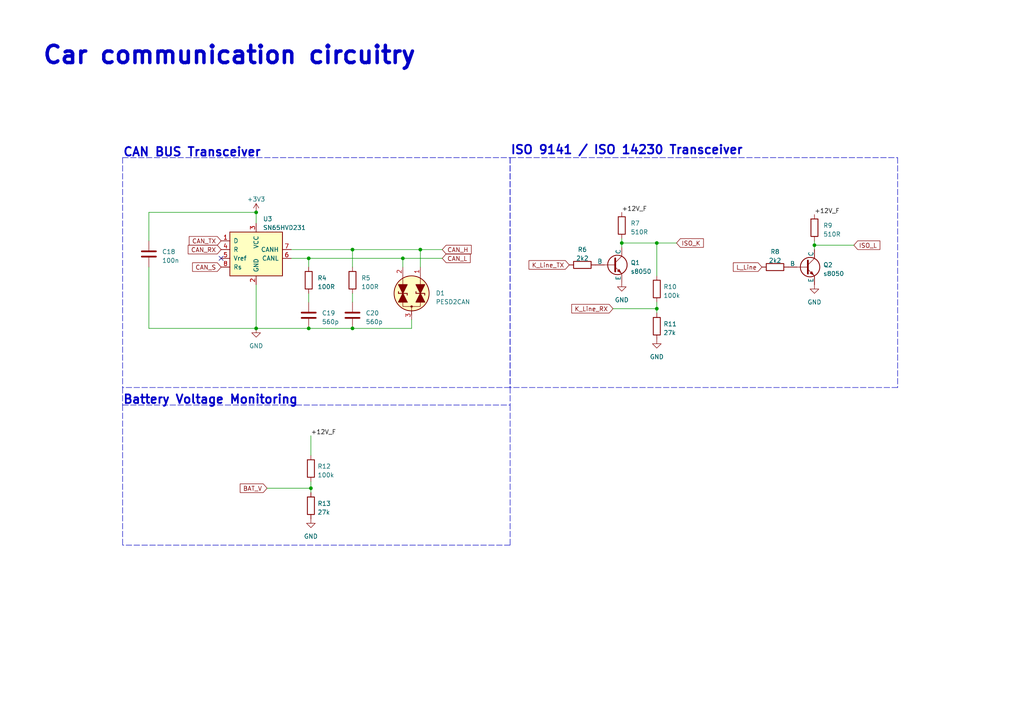
<source format=kicad_sch>
(kicad_sch (version 20230121) (generator eeschema)
  (paper "A4")
  (title_block (title "OBD Monitoring Device") (date "2023-02-27") (company "VUT"))
  (lib_symbols
    (symbol "Device:C" (pin_numbers hide) (pin_names (offset 0.254))
      (property "Reference" "C" (at 0.635 2.54 0))
      (property "Value" "C" (at 0.635 -2.54 0))
      (symbol "C_0_1"
        (polyline (pts (xy -2.032 -0.762) (xy 2.032 -0.762)) (stroke (width 0.508)))
        (polyline (pts (xy -2.032 0.762) (xy 2.032 0.762)) (stroke (width 0.508)))
      )
      (symbol "C_1_1"
        (pin passive line (at 0 3.81 270) (length 2.794) (name "~") (number "1"))
        (pin passive line (at 0 -3.81 90) (length 2.794) (name "~") (number "2"))
      )
    )
    (symbol "Device:R" (pin_numbers hide) (pin_names (offset 0))
      (property "Reference" "R" (at 2.032 0 90))
      (property "Value" "R" (at 0 0 90))
      (symbol "R_0_1"
        (rectangle (start -1.016 -2.54) (end 1.016 2.54) (stroke (width 0.254)))
      )
      (symbol "R_1_1"
        (pin passive line (at 0 3.81 270) (length 1.27) (name "~") (number "1"))
        (pin passive line (at 0 -3.81 90) (length 1.27) (name "~") (number "2"))
      )
    )
    (symbol "Interface_CAN_LIN:SN65HVD231" (pin_names (offset 1.016))
      (property "Reference" "U" (at -2.54 10.16 0))
      (property "Value" "SN65HVD231" (at -2.54 7.62 0))
      (symbol "SN65HVD231_0_1"
        (rectangle (start -7.62 5.08) (end 7.62 -7.62) (stroke (width 0.254)) (fill (type background)))
      )
      (symbol "SN65HVD231_1_1"
        (pin input line (at -10.16 2.54 0) (length 2.54) (name "D") (number "1"))
        (pin power_in line (at 0 -10.16 90) (length 2.54) (name "GND") (number "2"))
        (pin power_in line (at 0 7.62 270) (length 2.54) (name "VCC") (number "3"))
        (pin output line (at -10.16 0 0) (length 2.54) (name "R") (number "4"))
        (pin output line (at -10.16 -2.54 0) (length 2.54) (name "Vref") (number "5"))
        (pin bidirectional line (at 10.16 -2.54 180) (length 2.54) (name "CANL") (number "6"))
        (pin bidirectional line (at 10.16 0 180) (length 2.54) (name "CANH") (number "7"))
        (pin input line (at -10.16 -5.08 0) (length 2.54) (name "Rs") (number "8"))
      )
    )
    (symbol "PCM_Diode_TVS_AKL:PESD2CAN" (pin_names (offset 1.016) hide)
      (property "Reference" "D" (at 0 8.89 0))
      (property "Value" "PESD2CAN" (at 0 6.35 0))
      (symbol "PESD2CAN_0_1"
        (circle (center -3.81 0) (radius 0.254) (fill (type outline)))
        (polyline (pts (xy -6.35 0) (xy -3.81 0)))
        (polyline (pts (xy 2.54 -2.54) (xy 5.08 -2.54)))
        (polyline (pts (xy 2.54 2.54) (xy 5.08 2.54)))
        (polyline (pts (xy -2.54 2.54) (xy -3.81 2.54) (xy -3.81 -2.54) (xy -2.54 -2.54)))
        (circle (center 0 0) (radius 5.08) (stroke (width 0.254)) (fill (type background)))
      )
      (symbol "PESD2CAN_1_1"
        (polyline (pts (xy -1.27 -2.54) (xy 1.27 -2.54)))
        (polyline (pts (xy -1.27 2.54) (xy 1.27 2.54)))
        (polyline (pts (xy 0 -3.81) (xy -0.508 -3.81)) (stroke (width 0.254)))
        (polyline (pts (xy 0 -3.81) (xy 0 -1.27)) (stroke (width 0.254)))
        (polyline (pts (xy 0 -1.27) (xy 0.508 -1.27)) (stroke (width 0.254)))
        (polyline (pts (xy 0 1.27) (xy -0.508 1.27)) (stroke (width 0.254)))
        (polyline (pts (xy 0 1.27) (xy 0 3.81)) (stroke (width 0.254)))
        (polyline (pts (xy 0 3.81) (xy 0.508 3.81)) (stroke (width 0.254)))
        (polyline (pts (xy -2.54 -3.81) (xy -2.54 -1.27) (xy 0 -2.54) (xy -2.54 -3.81)) (stroke (width 0.254)) (fill (type outline)))
        (polyline (pts (xy -2.54 1.27) (xy -2.54 3.81) (xy 0 2.54) (xy -2.54 1.27)) (stroke (width 0.254)) (fill (type outline)))
        (polyline (pts (xy 0 -2.54) (xy 2.54 -3.81) (xy 2.54 -1.27) (xy 0 -2.54)) (stroke (width 0.254)) (fill (type outline)))
        (polyline (pts (xy 0 2.54) (xy 2.54 1.27) (xy 2.54 3.81) (xy 0 2.54)) (stroke (width 0.254)) (fill (type outline)))
        (pin passive line (at 7.62 -2.54 180) (length 2.54) (name "A1") (number "1"))
        (pin passive line (at 7.62 2.54 180) (length 2.54) (name "A2") (number "2"))
        (pin passive line (at -7.62 0 0) (length 2.54) (name "Com") (number "3"))
      )
    )
    (symbol "Simulation_SPICE:NPN" (pin_numbers hide) (pin_names (offset 0))
      (property "Reference" "Q" (at -2.54 7.62 0))
      (property "Value" "NPN" (at -2.54 5.08 0))
      (symbol "NPN_0_1"
        (polyline (pts (xy -2.54 0) (xy 0.635 0)) (stroke (width 0.1524)))
        (polyline (pts (xy 0.635 0.635) (xy 2.54 2.54)))
        (polyline (pts (xy 2.794 -1.27) (xy 2.794 -1.27)) (stroke (width 0.1524)))
        (polyline (pts (xy 2.794 -1.27) (xy 2.794 -1.27)) (stroke (width 0.1524)))
        (polyline (pts (xy 0.635 -0.635) (xy 2.54 -2.54) (xy 2.54 -2.54)))
        (polyline (pts (xy 0.635 1.905) (xy 0.635 -1.905) (xy 0.635 -1.905)) (stroke (width 0.508)))
        (polyline (pts (xy 1.27 -1.778) (xy 1.778 -1.27) (xy 2.286 -2.286) (xy 1.27 -1.778) (xy 1.27 -1.778)) (fill (type outline)))
        (circle (center 1.27 0) (radius 2.8194) (stroke (width 0.254)))
      )
      (symbol "NPN_1_1"
        (pin open_collector line (at 2.54 5.08 270) (length 2.54) (name "C") (number "1"))
        (pin input line (at -5.08 0 0) (length 2.54) (name "B") (number "2"))
        (pin open_emitter line (at 2.54 -5.08 90) (length 2.54) (name "E") (number "3"))
      )
    )
    (symbol "power:+3V3" (power) (pin_names (offset 0))
      (property "Value" "+3V3" (at 0 3.556 0))
      (symbol "+3V3_0_1"
        (polyline (pts (xy -0.762 1.27) (xy 0 2.54)))
        (polyline (pts (xy 0 0) (xy 0 2.54)))
        (polyline (pts (xy 0 2.54) (xy 0.762 1.27)))
      )
      (symbol "+3V3_1_1"
        (pin power_in line (at 0 0 90) (length 0) hide (name "+3V3") (number "1"))
      )
    )
    (symbol "power:GND" (power) (pin_names (offset 0))
      (property "Value" "GND" (at 0 -3.81 0))
      (symbol "GND_0_1"
        (polyline (pts (xy 0 0) (xy 0 -1.27) (xy 1.27 -1.27) (xy 0 -2.54) (xy -1.27 -1.27) (xy 0 -1.27)))
      )
      (symbol "GND_1_1"
        (pin power_in line (at 0 0 270) (length 0) hide (name "GND") (number "1"))
      )
    )
  )
  (junction (at 74.295 95.25))
  (junction (at 102.235 95.25))
  (junction (at 116.84 74.93))
  (junction (at 89.535 95.25))
  (junction (at 121.92 72.39))
  (junction (at 180.34 70.485))
  (junction (at 190.5 70.485))
  (junction (at 190.5 89.535))
  (junction (at 89.535 74.93))
  (junction (at 236.22 71.12))
  (junction (at 102.235 72.39))
  (junction (at 74.295 61.595))
  (junction (at 90.17 141.605))
  (no_connect (at 64.135 74.93))
  (polyline (pts (xy 35.56 117.475) (xy 147.955 117.475)) (stroke (width 0) (type dash)))
  (wire (pts (xy 121.92 72.39) (xy 121.92 77.47)))
  (wire (pts (xy 43.18 95.25) (xy 74.295 95.25)))
  (wire (pts (xy 89.535 85.09) (xy 89.535 87.63)))
  (wire (pts (xy 90.17 126.365) (xy 90.17 132.08)))
  (wire (pts (xy 90.17 139.7) (xy 90.17 141.605)))
  (wire (pts (xy 236.22 71.12) (xy 247.65 71.12)))
  (wire (pts (xy 43.18 61.595) (xy 43.18 69.85)))
  (wire (pts (xy 177.8 89.535) (xy 190.5 89.535)))
  (wire (pts (xy 116.84 74.93) (xy 128.27 74.93)))
  (wire (pts (xy 89.535 74.93) (xy 116.84 74.93)))
  (wire (pts (xy 102.235 72.39) (xy 121.92 72.39)))
  (wire (pts (xy 77.47 141.605) (xy 90.17 141.605)))
  (wire (pts (xy 180.34 69.215) (xy 180.34 70.485)))
  (wire (pts (xy 74.295 82.55) (xy 74.295 95.25)))
  (wire (pts (xy 116.84 74.93) (xy 116.84 77.47)))
  (wire (pts (xy 190.5 70.485) (xy 190.5 80.01)))
  (wire (pts (xy 190.5 70.485) (xy 196.215 70.485)))
  (polyline (pts (xy 147.955 158.115) (xy 35.56 158.115)) (stroke (width 0) (type dash)))
  (wire (pts (xy 89.535 95.25) (xy 102.235 95.25)))
  (wire (pts (xy 74.295 64.77) (xy 74.295 61.595)))
  (polyline (pts (xy 260.35 45.72) (xy 260.35 112.395)) (stroke (width 0) (type dash)))
  (wire (pts (xy 89.535 74.93) (xy 89.535 77.47)))
  (polyline (pts (xy 35.56 112.395) (xy 35.56 117.475)) (stroke (width 0) (type dash)))
  (polyline (pts (xy 147.955 112.395) (xy 147.955 117.475)) (stroke (width 0) (type dash)))
  (wire (pts (xy 102.235 72.39) (xy 102.235 77.47)))
  (wire (pts (xy 43.18 77.47) (xy 43.18 95.25)))
  (wire (pts (xy 236.22 69.85) (xy 236.22 71.12)))
  (polyline (pts (xy 260.35 112.395) (xy 147.955 112.395)) (stroke (width 0) (type dash)))
  (polyline (pts (xy 147.955 112.395) (xy 35.56 112.395)) (stroke (width 0) (type dash)))
  (wire (pts (xy 84.455 74.93) (xy 89.535 74.93)))
  (wire (pts (xy 90.17 141.605) (xy 90.17 142.875)))
  (wire (pts (xy 119.38 92.71) (xy 119.38 95.25)))
  (polyline (pts (xy 147.955 117.475) (xy 147.955 158.115)) (stroke (width 0) (type dash)))
  (polyline (pts (xy 35.56 117.475) (xy 35.56 158.115)) (stroke (width 0) (type dash)))
  (polyline (pts (xy 147.955 45.72) (xy 260.35 45.72)) (stroke (width 0) (type dash)))
  (polyline (pts (xy 35.56 45.72) (xy 147.955 45.72)) (stroke (width 0) (type dash)))
  (polyline (pts (xy 147.955 45.72) (xy 147.955 112.395)) (stroke (width 0) (type dash)))
  (wire (pts (xy 190.5 89.535) (xy 190.5 90.805)))
  (wire (pts (xy 74.295 61.595) (xy 43.18 61.595)))
  (wire (pts (xy 190.5 87.63) (xy 190.5 89.535)))
  (wire (pts (xy 180.34 70.485) (xy 180.34 71.755)))
  (polyline (pts (xy 147.955 45.72) (xy 147.955 112.395)) (stroke (width 0) (type dash)))
  (wire (pts (xy 74.295 95.25) (xy 89.535 95.25)))
  (wire (pts (xy 84.455 72.39) (xy 102.235 72.39)))
  (wire (pts (xy 236.22 71.12) (xy 236.22 72.39)))
  (wire (pts (xy 119.38 95.25) (xy 102.235 95.25)))
  (wire (pts (xy 102.235 85.09) (xy 102.235 87.63)))
  (wire (pts (xy 180.34 70.485) (xy 190.5 70.485)))
  (wire (pts (xy 121.92 72.39) (xy 128.27 72.39)))
  (polyline (pts (xy 35.56 45.72) (xy 35.56 112.395)) (stroke (width 0) (type dash)))
  (text "Battery Voltage Monitoring" (at 35.56 117.475 0) (effects (font (size 2.5 2.5) bold) (justify left bottom)))
  (text "Car communication circuitry" (at 12.065 19.05 0) (effects (font (size 5 5) bold) (justify left bottom)))
  (text "ISO 9141 / ISO 14230 Transceiver" (at 147.955 45.085 0) (effects (font (size 2.5 2.5) (thickness 0.5) bold) (justify left bottom)))
  (text "CAN BUS Transceiver" (at 35.56 45.72 0) (effects (font (size 2.5 2.5) (thickness 0.5) bold) (justify left bottom)))
  (label "+12V_F" (at 90.17 126.365 0))
  (label "+12V_F" (at 236.22 62.23 0))
  (label "+12V_F" (at 180.34 61.595 0))
  (global_label "CAN_TX" (shape input) (at 64.135 69.85 180) (property "Intersheetrefs" "${INTERSHEET_REFS}" (effects hide)))
  (global_label "K_Line_TX" (shape input) (at 165.1 76.835 180) (property "Intersheetrefs" "${INTERSHEET_REFS}" (effects hide)))
  (global_label "CAN_H" (shape input) (at 128.27 72.39 0) (property "Intersheetrefs" "${INTERSHEET_REFS}" (effects hide)))
  (global_label "ISO_L" (shape input) (at 247.65 71.12 0) (property "Intersheetrefs" "${INTERSHEET_REFS}" (effects hide)))
  (global_label "ISO_K" (shape input) (at 196.215 70.485 0) (property "Intersheetrefs" "${INTERSHEET_REFS}" (effects hide)))
  (global_label "CAN_S" (shape input) (at 64.135 77.47 180) (property "Intersheetrefs" "${INTERSHEET_REFS}" (effects hide)))
  (global_label "K_Line_RX" (shape input) (at 177.8 89.535 180) (property "Intersheetrefs" "${INTERSHEET_REFS}" (effects hide)))
  (global_label "CAN_RX" (shape input) (at 64.135 72.39 180) (property "Intersheetrefs" "${INTERSHEET_REFS}" (effects hide)))
  (global_label "BAT_V" (shape input) (at 77.47 141.605 180) (property "Intersheetrefs" "${INTERSHEET_REFS}" (effects hide)))
  (global_label "L_Line" (shape input) (at 220.98 77.47 180) (property "Intersheetrefs" "${INTERSHEET_REFS}" (effects hide)))
  (global_label "CAN_L" (shape input) (at 128.27 74.93 0) (property "Intersheetrefs" "${INTERSHEET_REFS}" (effects hide)))
  (symbol (lib_id "Device:R") (at 90.17 146.685 0) (unit 1)
    (property "Reference" "R13" (at 92.075 146.05 0) (effects (justify left)))
    (property "Value" "27k" (at 92.075 148.59 0) (effects (justify left)))
  )
  (symbol (lib_id "power:GND") (at 180.34 81.915 0) (unit 1)
    (property "Reference" "#PWR016" (effects hide))
    (property "Value" "GND" (at 180.34 86.995 0))
  )
  (symbol (lib_id "PCM_Diode_TVS_AKL:PESD2CAN") (at 119.38 85.09 90) (unit 1)
    (property "Reference" "D1" (at 126.365 85.0265 90) (effects (justify right)))
    (property "Value" "PESD2CAN" (at 126.365 87.5665 90) (effects (justify right)))
    (property "Footprint" "Package_TO_SOT_SMD_AKL:SOT-23" (effects hide))
    (property "Datasheet" "https://www.tme.eu/Document/ad02fbf39ace74a5161accc984238198/PESD2CAN.pdf" (effects hide))
  )
  (symbol (lib_id "Device:R") (at 190.5 94.615 0) (unit 1)
    (property "Reference" "R11" (at 192.405 93.98 0) (effects (justify left)))
    (property "Value" "27k" (at 192.405 96.52 0) (effects (justify left)))
  )
  (symbol (lib_id "Device:C") (at 89.535 91.44 0) (unit 1)
    (property "Reference" "C19" (at 93.345 90.805 0) (effects (justify left)))
    (property "Value" "560p" (at 93.345 93.345 0) (effects (justify left)))
  )
  (symbol (lib_id "Device:R") (at 190.5 83.82 0) (unit 1)
    (property "Reference" "R10" (at 192.405 83.185 0) (effects (justify left)))
    (property "Value" "100k" (at 192.405 85.725 0) (effects (justify left)))
  )
  (symbol (lib_id "Device:R") (at 168.91 76.835 270) (unit 1)
    (property "Reference" "R6" (at 168.91 72.39 90))
    (property "Value" "2k2" (at 168.91 74.93 90))
  )
  (symbol (lib_id "power:GND") (at 190.5 98.425 0) (unit 1)
    (property "Reference" "#PWR017" (effects hide))
    (property "Value" "GND" (at 190.5 103.505 0))
  )
  (symbol (lib_id "power:GND") (at 90.17 150.495 0) (unit 1)
    (property "Reference" "#PWR018" (effects hide))
    (property "Value" "GND" (at 90.17 155.575 0))
  )
  (symbol (lib_id "Device:R") (at 90.17 135.89 0) (unit 1)
    (property "Reference" "R12" (at 92.075 135.255 0) (effects (justify left)))
    (property "Value" "100k" (at 92.075 137.795 0) (effects (justify left)))
  )
  (symbol (lib_id "power:GND") (at 74.295 95.25 0) (unit 1)
    (property "Reference" "#PWR012" (effects hide))
    (property "Value" "GND" (at 74.295 100.33 0))
  )
  (symbol (lib_id "Device:R") (at 236.22 66.04 0) (unit 1)
    (property "Reference" "R9" (at 238.76 65.405 0) (effects (justify left)))
    (property "Value" "510R" (at 238.76 67.945 0) (effects (justify left)))
  )
  (symbol (lib_id "Simulation_SPICE:NPN") (at 177.8 76.835 0) (unit 1)
    (property "Reference" "Q1" (at 182.88 76.2 0) (effects (justify left)))
    (property "Value" "s8050" (at 182.88 78.74 0) (effects (justify left)))
    (property "Sim.Device" "NPN" (effects hide))
    (property "Sim.Type" "GUMMELPOON" (effects hide))
    (property "Sim.Pins" "1=C 2=B 3=E" (effects hide))
  )
  (symbol (lib_id "Device:R") (at 224.79 77.47 270) (unit 1)
    (property "Reference" "R8" (at 224.79 73.025 90))
    (property "Value" "2k2" (at 224.79 75.565 90))
  )
  (symbol (lib_id "power:+3V3") (at 74.295 61.595 0) (unit 1)
    (property "Reference" "#PWR010" (effects hide))
    (property "Value" "+3V3" (at 74.295 57.785 0))
    (instances (project "iot_diagnostic_tool" (path "" (reference "#PWR010") (unit 1)) (path "" (reference "#PWR011") (unit 1))))
  )
  (symbol (lib_id "Simulation_SPICE:NPN") (at 233.68 77.47 0) (unit 1)
    (property "Reference" "Q2" (at 238.76 76.835 0) (effects (justify left)))
    (property "Value" "s8050" (at 238.76 79.375 0) (effects (justify left)))
    (property "Sim.Device" "NPN" (effects hide))
    (property "Sim.Type" "GUMMELPOON" (effects hide))
    (property "Sim.Pins" "1=C 2=B 3=E" (effects hide))
  )
  (symbol (lib_id "Device:R") (at 89.535 81.28 0) (unit 1)
    (property "Reference" "R4" (at 92.075 80.645 0) (effects (justify left)))
    (property "Value" "100R" (at 92.075 83.185 0) (effects (justify left)))
  )
  (symbol (lib_id "Device:R") (at 102.235 81.28 0) (unit 1)
    (property "Reference" "R5" (at 104.775 80.645 0) (effects (justify left)))
    (property "Value" "100R" (at 104.775 83.185 0) (effects (justify left)))
  )
  (symbol (lib_id "Interface_CAN_LIN:SN65HVD231") (at 74.295 72.39 0) (unit 1)
    (property "Reference" "U3" (at 76.2509 63.5 0) (effects (justify left)))
    (property "Value" "SN65HVD231" (at 76.2509 66.04 0) (effects (justify left)))
    (property "Footprint" "Package_SO:SOIC-8_3.9x4.9mm_P1.27mm" (effects hide))
    (property "Datasheet" "http://www.ti.com/lit/ds/symlink/sn65hvd230.pdf" (effects hide))
  )
  (symbol (lib_id "power:GND") (at 236.22 82.55 0) (unit 1)
    (property "Reference" "#PWR013" (effects hide))
    (property "Value" "GND" (at 236.22 87.63 0))
  )
  (symbol (lib_id "Device:R") (at 180.34 65.405 0) (unit 1)
    (property "Reference" "R7" (at 182.88 64.77 0) (effects (justify left)))
    (property "Value" "510R" (at 182.88 67.31 0) (effects (justify left)))
  )
  (symbol (lib_id "Device:C") (at 43.18 73.66 0) (unit 1)
    (property "Reference" "C18" (at 46.99 73.025 0) (effects (justify left)))
    (property "Value" "100n" (at 46.99 75.565 0) (effects (justify left)))
  )
  (symbol (lib_id "Device:C") (at 102.235 91.44 0) (unit 1)
    (property "Reference" "C20" (at 106.045 90.805 0) (effects (justify left)))
    (property "Value" "560p" (at 106.045 93.345 0) (effects (justify left)))
  )
)
</source>
